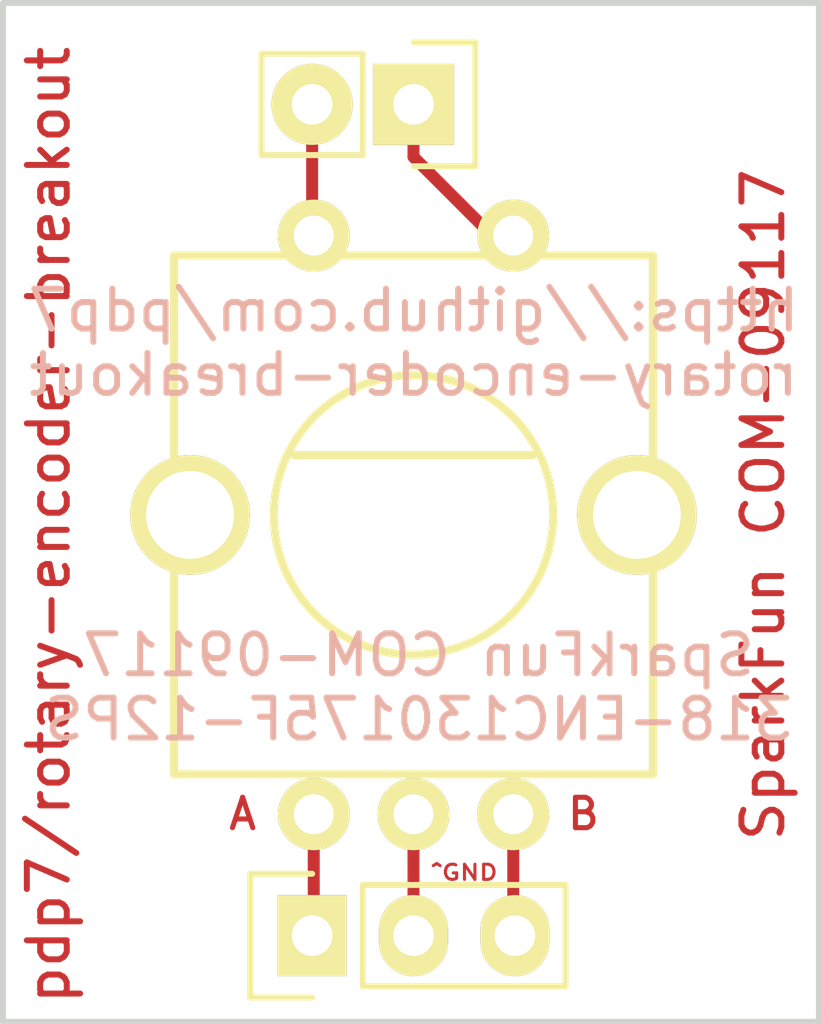
<source format=kicad_pcb>
(kicad_pcb (version 4) (host pcbnew 4.0.4-1.fc25-product)

  (general
    (links 5)
    (no_connects 0)
    (area 179.629999 88.819666 200.227001 119.714333)
    (thickness 1.6)
    (drawings 16)
    (tracks 11)
    (zones 0)
    (modules 3)
    (nets 6)
  )

  (page A4)
  (layers
    (0 F.Cu signal)
    (31 B.Cu signal)
    (32 B.Adhes user hide)
    (33 F.Adhes user hide)
    (34 B.Paste user hide)
    (35 F.Paste user hide)
    (36 B.SilkS user)
    (37 F.SilkS user)
    (38 B.Mask user)
    (39 F.Mask user)
    (40 Dwgs.User user hide)
    (41 Cmts.User user hide)
    (42 Eco1.User user hide)
    (43 Eco2.User user hide)
    (44 Edge.Cuts user)
    (45 Margin user hide)
    (46 B.CrtYd user hide)
    (47 F.CrtYd user hide)
    (48 B.Fab user hide)
    (49 F.Fab user hide)
  )

  (setup
    (last_trace_width 0.3)
    (trace_clearance 0.2)
    (zone_clearance 0.508)
    (zone_45_only no)
    (trace_min 0.2)
    (segment_width 0.2)
    (edge_width 0.15)
    (via_size 0.6)
    (via_drill 0.4)
    (via_min_size 0.4)
    (via_min_drill 0.3)
    (uvia_size 0.3)
    (uvia_drill 0.1)
    (uvias_allowed no)
    (uvia_min_size 0)
    (uvia_min_drill 0)
    (pcb_text_width 0.3)
    (pcb_text_size 1.5 1.5)
    (mod_edge_width 0.15)
    (mod_text_size 1 1)
    (mod_text_width 0.15)
    (pad_size 1.524 1.524)
    (pad_drill 0.762)
    (pad_to_mask_clearance 0.2)
    (aux_axis_origin 0 0)
    (grid_origin 186.11 112.58)
    (visible_elements FFFEFF7F)
    (pcbplotparams
      (layerselection 0x00030_80000001)
      (usegerberextensions false)
      (excludeedgelayer true)
      (linewidth 0.100000)
      (plotframeref false)
      (viasonmask false)
      (mode 1)
      (useauxorigin false)
      (hpglpennumber 1)
      (hpglpenspeed 20)
      (hpglpendiameter 15)
      (hpglpenoverlay 2)
      (psnegative false)
      (psa4output false)
      (plotreference true)
      (plotvalue true)
      (plotinvisibletext false)
      (padsonsilk false)
      (subtractmaskfromsilk false)
      (outputformat 1)
      (mirror false)
      (drillshape 1)
      (scaleselection 1)
      (outputdirectory ""))
  )

  (net 0 "")
  (net 1 "Net-(P4-Pad1)")
  (net 2 "Net-(P4-Pad2)")
  (net 3 "Net-(P5-Pad1)")
  (net 4 "Net-(P5-Pad2)")
  (net 5 "Net-(P5-Pad3)")

  (net_class Default "This is the default net class."
    (clearance 0.2)
    (trace_width 0.3)
    (via_dia 0.6)
    (via_drill 0.4)
    (uvia_dia 0.3)
    (uvia_drill 0.1)
    (add_net "Net-(P4-Pad1)")
    (add_net "Net-(P4-Pad2)")
    (add_net "Net-(P5-Pad1)")
    (add_net "Net-(P5-Pad2)")
    (add_net "Net-(P5-Pad3)")
  )

  (module sparkfun:SF-ROTARY-ENCODER (layer F.Cu) (tedit 58917B67) (tstamp 58917A02)
    (at 189.992 104.14)
    (path /589178C2)
    (fp_text reference ROT1 (at 0 9.5) (layer F.SilkS) hide
      (effects (font (size 0.762 0.762) (thickness 0.1524)))
    )
    (fp_text value ROTARY-ENCODER (at 0 0) (layer F.SilkS) hide
      (effects (font (size 0.762 0.762) (thickness 0.1524)))
    )
    (fp_line (start 3 -1.5) (end -3 -1.5) (layer F.SilkS) (width 0.2032))
    (fp_circle (center 0 0) (end 3.5 0) (layer F.SilkS) (width 0.2032))
    (fp_line (start 6 6.5) (end -6 6.5) (layer F.SilkS) (width 0.2032))
    (fp_line (start -6 6.5) (end -6 -6.5) (layer F.SilkS) (width 0.2032))
    (fp_line (start -6 -6.5) (end 6 -6.5) (layer F.SilkS) (width 0.2032))
    (fp_line (start 6 -6.5) (end 6 6.5) (layer F.SilkS) (width 0.2032))
    (pad 1 thru_hole circle (at -2.5 -7) (size 1.8 1.8) (drill 1) (layers *.Cu *.Mask F.SilkS)
      (net 2 "Net-(P4-Pad2)"))
    (pad 2 thru_hole circle (at -2.5 7.5) (size 1.8 1.8) (drill 1) (layers *.Cu *.Mask F.SilkS)
      (net 3 "Net-(P5-Pad1)"))
    (pad 3 thru_hole circle (at 0 7.5) (size 1.8 1.8) (drill 1) (layers *.Cu *.Mask F.SilkS)
      (net 4 "Net-(P5-Pad2)"))
    (pad 4 thru_hole circle (at 2.5 7.5) (size 1.8 1.8) (drill 1) (layers *.Cu *.Mask F.SilkS)
      (net 5 "Net-(P5-Pad3)"))
    (pad 5 thru_hole circle (at 2.5 -7) (size 1.8 1.8) (drill 1) (layers *.Cu *.Mask F.SilkS)
      (net 1 "Net-(P4-Pad1)"))
    (pad "" thru_hole circle (at 5.6 0) (size 3 3) (drill 2.2) (layers *.Cu *.Mask F.SilkS))
    (pad "" thru_hole circle (at -5.6 0) (size 3 3) (drill 2.2) (layers *.Cu *.Mask F.SilkS))
  )

  (module Pin_Headers:Pin_Header_Straight_1x02 (layer F.Cu) (tedit 587E811E) (tstamp 587E7A2D)
    (at 189.992 93.853 270)
    (descr "Through hole pin header")
    (tags "pin header")
    (path /587E7945)
    (fp_text reference P4 (at 0 -5.1 270) (layer F.SilkS) hide
      (effects (font (size 1 1) (thickness 0.15)))
    )
    (fp_text value CONN_01X02 (at 0 -3.1 270) (layer F.Fab)
      (effects (font (size 1 1) (thickness 0.15)))
    )
    (fp_line (start 1.27 1.27) (end 1.27 3.81) (layer F.SilkS) (width 0.15))
    (fp_line (start 1.55 -1.55) (end 1.55 0) (layer F.SilkS) (width 0.15))
    (fp_line (start -1.75 -1.75) (end -1.75 4.3) (layer F.CrtYd) (width 0.05))
    (fp_line (start 1.75 -1.75) (end 1.75 4.3) (layer F.CrtYd) (width 0.05))
    (fp_line (start -1.75 -1.75) (end 1.75 -1.75) (layer F.CrtYd) (width 0.05))
    (fp_line (start -1.75 4.3) (end 1.75 4.3) (layer F.CrtYd) (width 0.05))
    (fp_line (start 1.27 1.27) (end -1.27 1.27) (layer F.SilkS) (width 0.15))
    (fp_line (start -1.55 0) (end -1.55 -1.55) (layer F.SilkS) (width 0.15))
    (fp_line (start -1.55 -1.55) (end 1.55 -1.55) (layer F.SilkS) (width 0.15))
    (fp_line (start -1.27 1.27) (end -1.27 3.81) (layer F.SilkS) (width 0.15))
    (fp_line (start -1.27 3.81) (end 1.27 3.81) (layer F.SilkS) (width 0.15))
    (pad 1 thru_hole rect (at 0 0 270) (size 2.032 2.032) (drill 1.016) (layers *.Cu *.Mask F.SilkS)
      (net 1 "Net-(P4-Pad1)"))
    (pad 2 thru_hole oval (at 0 2.54 270) (size 2.032 2.032) (drill 1.016) (layers *.Cu *.Mask F.SilkS)
      (net 2 "Net-(P4-Pad2)"))
    (model Pin_Headers.3dshapes/Pin_Header_Straight_1x02.wrl
      (at (xyz 0 -0.05 0))
      (scale (xyz 1 1 1))
      (rotate (xyz 0 0 90))
    )
  )

  (module Pin_Headers:Pin_Header_Straight_1x03 (layer F.Cu) (tedit 587E8123) (tstamp 587E7A34)
    (at 187.452 114.681 90)
    (descr "Through hole pin header")
    (tags "pin header")
    (path /587E787E)
    (fp_text reference P5 (at 0 -5.1 90) (layer F.SilkS) hide
      (effects (font (size 1 1) (thickness 0.15)))
    )
    (fp_text value CONN_01X03 (at 0 -3.1 90) (layer F.Fab)
      (effects (font (size 1 1) (thickness 0.15)))
    )
    (fp_line (start -1.75 -1.75) (end -1.75 6.85) (layer F.CrtYd) (width 0.05))
    (fp_line (start 1.75 -1.75) (end 1.75 6.85) (layer F.CrtYd) (width 0.05))
    (fp_line (start -1.75 -1.75) (end 1.75 -1.75) (layer F.CrtYd) (width 0.05))
    (fp_line (start -1.75 6.85) (end 1.75 6.85) (layer F.CrtYd) (width 0.05))
    (fp_line (start -1.27 1.27) (end -1.27 6.35) (layer F.SilkS) (width 0.15))
    (fp_line (start -1.27 6.35) (end 1.27 6.35) (layer F.SilkS) (width 0.15))
    (fp_line (start 1.27 6.35) (end 1.27 1.27) (layer F.SilkS) (width 0.15))
    (fp_line (start 1.55 -1.55) (end 1.55 0) (layer F.SilkS) (width 0.15))
    (fp_line (start 1.27 1.27) (end -1.27 1.27) (layer F.SilkS) (width 0.15))
    (fp_line (start -1.55 0) (end -1.55 -1.55) (layer F.SilkS) (width 0.15))
    (fp_line (start -1.55 -1.55) (end 1.55 -1.55) (layer F.SilkS) (width 0.15))
    (pad 1 thru_hole rect (at 0 0 90) (size 2.032 1.7272) (drill 1.016) (layers *.Cu *.Mask F.SilkS)
      (net 3 "Net-(P5-Pad1)"))
    (pad 2 thru_hole oval (at 0 2.54 90) (size 2.032 1.7272) (drill 1.016) (layers *.Cu *.Mask F.SilkS)
      (net 4 "Net-(P5-Pad2)"))
    (pad 3 thru_hole oval (at 0 5.08 90) (size 2.032 1.7272) (drill 1.016) (layers *.Cu *.Mask F.SilkS)
      (net 5 "Net-(P5-Pad3)"))
    (model Pin_Headers.3dshapes/Pin_Header_Straight_1x03.wrl
      (at (xyz 0 -0.1 0))
      (scale (xyz 1 1 1))
      (rotate (xyz 0 0 90))
    )
  )

  (gr_text ^GND (at 191.27 113.1) (layer F.Mask) (tstamp 58917D39)
    (effects (font (size 0.381 0.4572) (thickness 0.0762)))
  )
  (gr_text ^GND (at 191.27 113.1) (layer F.Cu)
    (effects (font (size 0.381 0.4572) (thickness 0.0762)))
  )
  (gr_text B (at 194.25 111.63) (layer F.Cu) (tstamp 58917CC2)
    (effects (font (size 0.762 0.762) (thickness 0.127)))
  )
  (gr_text B (at 194.25 111.63) (layer F.Mask) (tstamp 58917C10)
    (effects (font (size 0.762 0.762) (thickness 0.127)))
  )
  (gr_text "A\n" (at 185.71 111.63) (layer F.Mask) (tstamp 58917BC2)
    (effects (font (size 0.762 0.762) (thickness 0.127)))
  )
  (gr_text "A\n" (at 185.71 111.63) (layer F.Cu)
    (effects (font (size 0.762 0.762) (thickness 0.127)))
  )
  (gr_text "https://github.com/pdp7\nrotary-encoder-breakout\n" (at 189.992 99.822) (layer B.SilkS)
    (effects (font (size 1 1) (thickness 0.15)) (justify mirror))
  )
  (gr_text "SparkFun COM-09117\n318-ENC130175F-12PS" (at 190.119 108.458) (layer B.SilkS)
    (effects (font (size 1 1) (thickness 0.15)) (justify mirror))
  )
  (gr_line (start 179.705 116.84) (end 179.705 91.313) (angle 90) (layer Edge.Cuts) (width 0.15))
  (gr_line (start 200.152 116.84) (end 179.705 116.84) (angle 90) (layer Edge.Cuts) (width 0.15))
  (gr_line (start 200.152 91.313) (end 200.152 116.84) (angle 90) (layer Edge.Cuts) (width 0.15))
  (gr_line (start 179.705 91.313) (end 200.152 91.313) (angle 90) (layer Edge.Cuts) (width 0.15))
  (gr_text "SparkFun COM-09117\n" (at 198.755 103.886 90) (layer F.Mask)
    (effects (font (size 1 1) (thickness 0.15)))
  )
  (gr_text "SparkFun COM-09117\n" (at 198.755 103.886 90) (layer F.Cu)
    (effects (font (size 1 1) (thickness 0.15)))
  )
  (gr_text "pdp7/rotary-encoder-breakout\n" (at 180.848 104.394 90) (layer F.Mask)
    (effects (font (size 1 1) (thickness 0.15)))
  )
  (gr_text "pdp7/rotary-encoder-breakout\n" (at 180.848 104.394 90) (layer F.Cu)
    (effects (font (size 1 1) (thickness 0.15)))
  )

  (segment (start 189.992 93.853) (end 189.992 95.169) (width 0.3) (layer F.Cu) (net 1))
  (segment (start 189.992 95.169) (end 191.963 97.14) (width 0.3) (layer F.Cu) (net 1))
  (segment (start 191.963 97.14) (end 192.492 97.14) (width 0.3) (layer F.Cu) (net 1))
  (segment (start 187.452 93.853) (end 187.452 97.1) (width 0.3) (layer F.Cu) (net 2))
  (segment (start 187.452 97.1) (end 187.492 97.14) (width 0.3) (layer F.Cu) (net 2))
  (segment (start 187.492 111.64) (end 187.492 114.641) (width 0.3) (layer F.Cu) (net 3))
  (segment (start 187.492 114.641) (end 187.452 114.681) (width 0.3) (layer F.Cu) (net 3))
  (segment (start 189.992 111.64) (end 189.992 114.681) (width 0.3) (layer F.Cu) (net 4))
  (segment (start 192.492 111.64) (end 192.492 114.641) (width 0.3) (layer F.Cu) (net 5))
  (segment (start 192.492 114.641) (end 192.532 114.681) (width 0.3) (layer F.Cu) (net 5))
  (segment (start 192.532 114.681) (end 192.532 114.046) (width 0.3) (layer B.Cu) (net 5) (status 80000))

)

</source>
